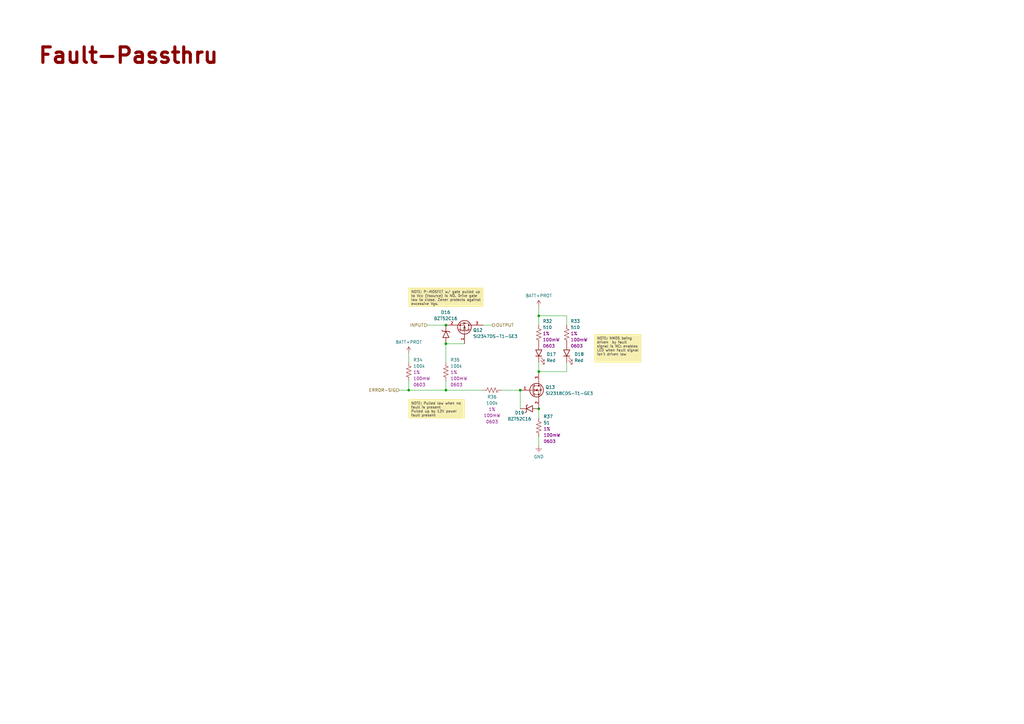
<source format=kicad_sch>
(kicad_sch (version 20250114) (generator "eeschema") (generator_version "9.0")
  (paper "A3")
  (lib_symbols
    (symbol "-Diodes-LED:NCD0805R1" (pin_numbers (hide yes)) (pin_names (hide yes))
      (property "Reference" "D" (at 0 -7.62 0))
      (property "Value" "Red" (at 0 -11.43 0))
      (symbol "NCD0805R1_0_1"
        (polyline (pts (xy 2.54 1.27) (xy 2.54 -1.27) (xy 5.08 0) (xy 2.54 1.27)) (stroke (width 0.254)))
        (polyline (pts (xy 5.08 1.27) (xy 5.08 -1.27)) (stroke (width 0.254)))
        (polyline (pts (xy 5.588 0.762) (xy 7.112 2.286) (xy 6.35 2.286) (xy 7.112 2.286) (xy 7.112 1.524)))
        (polyline (pts (xy 6.858 0.762) (xy 8.382 2.286) (xy 7.62 2.286) (xy 8.382 2.286) (xy 8.382 1.524)))
      )
      (symbol "NCD0805R1_1_1"
        (pin passive line (at 0 0 0) (length 2.54) (name "A") (number "2"))
        (pin passive line (at 7.62 0 180) (length 2.54) (name "K") (number "1"))
      )
    )
    (symbol "-Diodes-Zener:BZT52C16" (pin_numbers (hide yes)) (pin_names (hide yes))
      (property "Reference" "D" (at 0 -7.62 0))
      (property "Value" "BZT52C16" (at 0 -11.43 0))
      (symbol "BZT52C16_0_1"
        (polyline (pts (xy 2.54 1.27) (xy 2.54 -1.27) (xy 5.08 0) (xy 2.54 1.27)) (stroke (width 0.254)))
      )
      (symbol "BZT52C16_1_1"
        (polyline (pts (xy 4.572 -1.651) (xy 5.08 -1.27)) (stroke (width 0.254)))
        (polyline (pts (xy 5.08 1.27) (xy 5.08 -1.27)) (stroke (width 0.254)))
        (polyline (pts (xy 5.08 1.27) (xy 5.588 1.651)) (stroke (width 0.254)))
        (pin passive line (at 0 0 0) (length 2.54) (name "A") (number "2"))
        (pin passive line (at 7.62 0 180) (length 2.54) (name "K") (number "1"))
      )
    )
    (symbol "-MOSFET-N-Channel:SI2318CDS-T1-GE3" (pin_names (hide yes))
      (property "Reference" "Q" (at 0 -19.05 0))
      (property "Value" "SI2318CDS-T1-GE3" (at 0 -22.86 0))
      (symbol "SI2318CDS-T1-GE3_0_1"
        (polyline (pts (xy 5.334 1.905) (xy 5.334 -1.905)) (stroke (width 0.254)))
        (polyline (pts (xy 5.334 0) (xy 3.937 0)))
        (polyline (pts (xy 5.842 2.286) (xy 5.842 1.27)) (stroke (width 0.254)))
        (polyline (pts (xy 5.842 0.508) (xy 5.842 -0.508)) (stroke (width 0.254)))
        (polyline (pts (xy 5.842 -1.27) (xy 5.842 -2.286)) (stroke (width 0.254)))
        (polyline (pts (xy 5.842 -1.778) (xy 8.382 -1.778) (xy 8.382 1.778) (xy 5.842 1.778)))
        (polyline (pts (xy 6.096 0) (xy 7.112 0.381) (xy 7.112 -0.381) (xy 6.096 0)) (fill (type outline)))
        (circle (center 6.731 0) (radius 2.794) (stroke (width 0.254)))
        (polyline (pts (xy 7.62 2.54) (xy 7.62 1.778)))
        (circle (center 7.62 1.778) (radius 0.254) (fill (type outline)))
        (circle (center 7.62 -1.778) (radius 0.254) (fill (type outline)))
        (polyline (pts (xy 7.62 -2.54) (xy 7.62 0) (xy 5.842 0)))
        (polyline (pts (xy 7.874 0.508) (xy 8.001 0.381) (xy 8.763 0.381) (xy 8.89 0.254)))
        (polyline (pts (xy 8.382 0.381) (xy 8.001 -0.254) (xy 8.763 -0.254) (xy 8.382 0.381)))
      )
      (symbol "SI2318CDS-T1-GE3_1_1"
        (pin passive line (at 0 0 0) (length 3.937) (name "G") (number "1"))
        (pin passive line (at 7.62 7.62 270) (length 4.953) (name "D") (number "3"))
        (pin passive line (at 7.62 -7.62 90) (length 4.953) (name "S") (number "2"))
      )
    )
    (symbol "-MOSFET-P-Channel:SI2347DS-T1-GE3" (pin_names (hide yes))
      (property "Reference" "Q" (at 0 -19.05 0))
      (property "Value" "SI2347DS-T1-GE3" (at 0 -22.86 0))
      (symbol "SI2347DS-T1-GE3_0_1"
        (polyline (pts (xy 5.334 1.905) (xy 5.334 -1.905)) (stroke (width 0.254)))
        (polyline (pts (xy 5.334 0) (xy 3.937 0)))
        (polyline (pts (xy 5.842 2.286) (xy 5.842 1.27)) (stroke (width 0.254)))
        (polyline (pts (xy 5.842 1.778) (xy 8.382 1.778) (xy 8.382 -1.778) (xy 5.842 -1.778)))
        (polyline (pts (xy 5.842 0.508) (xy 5.842 -0.508)) (stroke (width 0.254)))
        (polyline (pts (xy 5.842 -1.27) (xy 5.842 -2.286)) (stroke (width 0.254)))
        (circle (center 6.731 0) (radius 2.794) (stroke (width 0.254)))
        (polyline (pts (xy 7.366 0) (xy 6.35 0.381) (xy 6.35 -0.381) (xy 7.366 0)) (fill (type outline)))
        (polyline (pts (xy 7.62 2.54) (xy 7.62 1.778)))
        (circle (center 7.62 1.778) (radius 0.254) (fill (type outline)))
        (circle (center 7.62 -1.778) (radius 0.254) (fill (type outline)))
        (polyline (pts (xy 7.62 -2.54) (xy 7.62 0) (xy 5.842 0)))
        (polyline (pts (xy 7.874 -0.508) (xy 8.001 -0.381) (xy 8.763 -0.381) (xy 8.89 -0.254)))
        (polyline (pts (xy 8.382 -0.381) (xy 8.001 0.254) (xy 8.763 0.254) (xy 8.382 -0.381)))
      )
      (symbol "SI2347DS-T1-GE3_1_1"
        (pin passive line (at 0 0 0) (length 3.937) (name "G") (number "1"))
        (pin passive line (at 7.62 7.62 270) (length 4.953) (name "D") (number "3"))
        (pin passive line (at 7.62 -7.62 90) (length 4.953) (name "S") (number "2"))
      )
    )
    (symbol "-R-SMD-0603:R-0603-100k-1%-100mW-100PPM" (pin_numbers (hide yes)) (pin_names (hide yes))
      (property "Reference" "R" (at 0 -7.62 0))
      (property "Value" "100k" (at 0 -11.43 0))
      (property "Tolerance" "1%" (at 0 -26.67 0))
      (property "Power Rating" "100mW" (at 0 -30.48 0))
      (property "Case/Package" "0603" (at 0 -34.29 0))
      (symbol "R-0603-100k-1%-100mW-100PPM_0_1"
        (polyline (pts (xy 1.524 0) (xy 1.27 0)))
        (polyline (pts (xy 1.524 0) (xy 1.905 1.016) (xy 2.286 0) (xy 2.667 -1.016) (xy 3.048 0)))
        (polyline (pts (xy 3.048 0) (xy 3.429 1.016) (xy 3.81 0) (xy 4.191 -1.016) (xy 4.572 0)))
        (polyline (pts (xy 4.572 0) (xy 4.953 1.016) (xy 5.334 0) (xy 5.715 -1.016) (xy 6.096 0)))
        (polyline (pts (xy 6.096 0) (xy 6.35 0)))
      )
      (symbol "R-0603-100k-1%-100mW-100PPM_1_1"
        (pin passive line (at 0 0 0) (length 1.27) (name "1") (number "1"))
        (pin passive line (at 7.62 0 180) (length 1.27) (name "2") (number "2"))
      )
    )
    (symbol "-R-SMD-0603:R-0603-51-1%-100mW-100PPM" (pin_numbers (hide yes)) (pin_names (hide yes))
      (property "Reference" "R" (at 0 -7.62 0))
      (property "Value" "51" (at 0 -11.43 0))
      (property "Tolerance" "1%" (at 0 -26.67 0))
      (property "Power Rating" "100mW" (at 0 -30.48 0))
      (property "Case/Package" "0603" (at 0 -34.29 0))
      (symbol "R-0603-51-1%-100mW-100PPM_0_1"
        (polyline (pts (xy 1.524 0) (xy 1.27 0)))
        (polyline (pts (xy 1.524 0) (xy 1.905 1.016) (xy 2.286 0) (xy 2.667 -1.016) (xy 3.048 0)))
        (polyline (pts (xy 3.048 0) (xy 3.429 1.016) (xy 3.81 0) (xy 4.191 -1.016) (xy 4.572 0)))
        (polyline (pts (xy 4.572 0) (xy 4.953 1.016) (xy 5.334 0) (xy 5.715 -1.016) (xy 6.096 0)))
        (polyline (pts (xy 6.096 0) (xy 6.35 0)))
      )
      (symbol "R-0603-51-1%-100mW-100PPM_1_1"
        (pin passive line (at 0 0 0) (length 1.27) (name "1") (number "1"))
        (pin passive line (at 7.62 0 180) (length 1.27) (name "2") (number "2"))
      )
    )
    (symbol "-R-SMD-0603:R-0603-510-1%-100mW-100PPM" (pin_numbers (hide yes)) (pin_names (hide yes))
      (property "Reference" "R" (at 0 -7.62 0))
      (property "Value" "510" (at 0 -11.43 0))
      (property "Tolerance" "1%" (at 0 -26.67 0))
      (property "Power Rating" "100mW" (at 0 -30.48 0))
      (property "Case/Package" "0603" (at 0 -34.29 0))
      (symbol "R-0603-510-1%-100mW-100PPM_0_1"
        (polyline (pts (xy 1.524 0) (xy 1.27 0)))
        (polyline (pts (xy 1.524 0) (xy 1.905 1.016) (xy 2.286 0) (xy 2.667 -1.016) (xy 3.048 0)))
        (polyline (pts (xy 3.048 0) (xy 3.429 1.016) (xy 3.81 0) (xy 4.191 -1.016) (xy 4.572 0)))
        (polyline (pts (xy 4.572 0) (xy 4.953 1.016) (xy 5.334 0) (xy 5.715 -1.016) (xy 6.096 0)))
        (polyline (pts (xy 6.096 0) (xy 6.35 0)))
      )
      (symbol "R-0603-510-1%-100mW-100PPM_1_1"
        (pin passive line (at 0 0 0) (length 1.27) (name "1") (number "1"))
        (pin passive line (at 7.62 0 180) (length 1.27) (name "2") (number "2"))
      )
    )
    (symbol "power:Earth" (power) (pin_numbers (hide yes)) (pin_names (offset 0) (hide yes))
      (property "Value" "Earth" (at 0 -3.81 0))
      (symbol "Earth_0_1"
        (polyline (pts (xy -0.635 -1.905) (xy 0.635 -1.905)))
        (polyline (pts (xy -0.127 -2.54) (xy 0.127 -2.54)))
        (polyline (pts (xy 0 -1.27) (xy 0 0)))
        (polyline (pts (xy 1.27 -1.27) (xy -1.27 -1.27)))
      )
      (symbol "Earth_1_1"
        (pin power_in line (at 0 0 270) (length 0) (name "~") (number "1"))
      )
    )
    (symbol "power:VCC" (power) (pin_numbers (hide yes)) (pin_names (offset 0) (hide yes))
      (property "Value" "VCC" (at 0 3.556 0))
      (symbol "VCC_0_1"
        (polyline (pts (xy -0.762 1.27) (xy 0 2.54)))
        (polyline (pts (xy 0 2.54) (xy 0.762 1.27)))
        (polyline (pts (xy 0 0) (xy 0 2.54)))
      )
      (symbol "VCC_1_1"
        (pin power_in line (at 0 0 90) (length 0) (name "~") (number "1"))
      )
    )
  )
  (text "Fault-Passthru" (at 15.24 26.67 0) (effects (font (size 6.35 6.35) (thickness 1.27) (bold yes)) (justify left bottom)))
  (text_box "NOTE: Pulled low when no fault is present\nPulled up by 12V power fault present" (at 167.64 163.83 0) (size 22.86 7.62) (margins 0.9525 0.9525 0.9525 0.9525) (stroke (width 0) (color 245 223 85 1)) (fill (type color) (color 247 238 178 1)) (effects (font (size 1.016 1.016)) (justify left top)))
  (text_box "NOTE: NMOS being driven  by fault signal is NC: enables LED when fault signal isn't driven low" (at 243.84 137.16 0) (size 19.05 11.43) (margins 0.9525 0.9525 0.9525 0.9525) (stroke (width 0) (color 245 223 85 1)) (fill (type color) (color 247 238 178 1)) (effects (font (size 1.016 1.016)) (justify left top)))
  (text_box "NOTE: P-MOSFET w/ gate pulled up to Vcc (Vsource) is NO. Drive gate low to close. Zener protects against excessive Vgs." (at 167.64 118.11 0) (size 30.48 7.62) (margins 0.9525 0.9525 0.9525 0.9525) (stroke (width 0) (color 245 223 85 1)) (fill (type color) (color 247 238 178 1)) (effects (font (size 1.016 1.016)) (justify left top)))
  (junction (at 213.36 160.02))
  (junction (at 182.88 140.97))
  (junction (at 182.88 160.02))
  (junction (at 182.88 133.35))
  (junction (at 220.98 129.54))
  (junction (at 167.64 160.02))
  (junction (at 220.98 167.64))
  (junction (at 220.98 152.4))
  (wire (pts (xy 220.98 167.64) (xy 220.98 171.45)))
  (wire (pts (xy 220.98 129.54) (xy 220.98 133.35)))
  (wire (pts (xy 167.64 144.78) (xy 167.64 148.59)))
  (wire (pts (xy 213.36 160.02) (xy 205.74 160.02)))
  (wire (pts (xy 163.83 160.02) (xy 167.64 160.02)))
  (wire (pts (xy 220.98 148.59) (xy 220.98 152.4)))
  (wire (pts (xy 182.88 140.97) (xy 190.5 140.97)))
  (wire (pts (xy 220.98 129.54) (xy 232.41 129.54)))
  (wire (pts (xy 220.98 152.4) (xy 232.41 152.4)))
  (wire (pts (xy 182.88 140.97) (xy 182.88 148.59)))
  (wire (pts (xy 232.41 129.54) (xy 232.41 133.35)))
  (wire (pts (xy 220.98 179.07) (xy 220.98 182.88)))
  (wire (pts (xy 220.98 125.73) (xy 220.98 129.54)))
  (wire (pts (xy 167.64 156.21) (xy 167.64 160.02)))
  (wire (pts (xy 201.93 133.35) (xy 198.12 133.35)))
  (wire (pts (xy 167.64 160.02) (xy 182.88 160.02)))
  (wire (pts (xy 182.88 156.21) (xy 182.88 160.02)))
  (wire (pts (xy 175.26 133.35) (xy 182.88 133.35)))
  (wire (pts (xy 213.36 160.02) (xy 213.36 167.64)))
  (wire (pts (xy 232.41 148.59) (xy 232.41 152.4)))
  (wire (pts (xy 182.88 160.02) (xy 198.12 160.02)))
  (hierarchical_label "INPUT" (shape input) (at 175.26 133.35 180))
  (hierarchical_label "OUTPUT" (shape output) (at 201.93 133.35 0))
  (hierarchical_label "ERROR-SIG" (shape input) (at 163.83 160.02 180))
  (symbol (lib_id "-R-SMD-0603:R-0603-100k-1%-100mW-100PPM") (at 182.88 156.21 90) (unit 1)
    (property "Reference" "R35" (at 184.7056 147.6295 90) (effects (justify right)))
    (property "Value" "100k" (at 184.7056 150.1695 90) (effects (justify right)))
    (property "Footprint" "Resistor_SMD:R_0603_1608Metric_Pad0.98x0.95mm_HandSolder" (effects (hide yes)))
    (property "Datasheet" "https://jlcpcb.com/api/file/downloadByFileSystemAccessId/8579706350726930432" (effects (hide yes)))
    (property "Description" "100kΩ 0603 JLCPCB Basic Resistor" (effects (hide yes)))
    (property "Tolerance" "1%" (at 184.7056 152.7095 90) (effects (justify right)))
    (property "Power Rating" "100mW" (at 184.7056 155.2495 90) (effects (justify right)))
    (property "Case/Package" "0603" (at 184.7056 157.7895 90) (effects (justify right)))
    (property "Link" "https://jlcpcb.com/partdetail/26546-0603WAF1003T5E/C25803" (effects (hide yes)))
    (property "Manufacturer" "UNI-ROYAL" (effects (hide yes)))
    (property "Manufacturer P/N" "0603WAF1003T5E" (effects (hide yes)))
    (property "Digikey P/N" "RG16P100KBCT-ND" (effects (hide yes)))
    (property "Mouser P/N" "754-RG1608P-104-B-T5" (effects (hide yes)))
    (property "LCSC P/N" "C25803" (effects (hide yes)))
    (instances (project "Shutdown" (path "" (reference "R35") (unit 1)) (path "" (reference "R41") (unit 1))))
  )
  (symbol (lib_id "-R-SMD-0603:R-0603-51-1%-100mW-100PPM") (at 220.98 179.07 90) (unit 1)
    (property "Reference" "R37" (at 222.8921 170.8631 90) (effects (justify right)))
    (property "Value" "51" (at 222.8921 173.4031 90) (effects (justify right)))
    (property "Footprint" "Resistor_SMD:R_0603_1608Metric_Pad0.98x0.95mm_HandSolder" (effects (hide yes)))
    (property "Datasheet" "https://jlcpcb.com/api/file/downloadByFileSystemAccessId/8579706384138620928" (effects (hide yes)))
    (property "Description" "51Ω 0603 JLCPCB Basic Resistor" (effects (hide yes)))
    (property "Tolerance" "1%" (at 222.8921 175.9431 90) (effects (justify right)))
    (property "Power Rating" "100mW" (at 222.8921 178.4831 90) (effects (justify right)))
    (property "Case/Package" "0603" (at 222.8921 181.0231 90) (effects (justify right)))
    (property "Link" "https://jlcpcb.com/partdetail/23924-0603WAF510JT5E/C23197" (effects (hide yes)))
    (property "Manufacturer" "UNI-ROYAL" (effects (hide yes)))
    (property "Manufacturer P/N" "0603WAF510JT5E" (effects (hide yes)))
    (property "Digikey P/N" "RMCF0603FT51R0CT-ND" (effects (hide yes)))
    (property "Mouser P/N" "708-RMCF0603FT51R0" (effects (hide yes)))
    (property "LCSC P/N" "C23197" (effects (hide yes)))
    (instances (project "Shutdown" (path "" (reference "R37") (unit 1)) (path "" (reference "R43") (unit 1))))
  )
  (symbol (lib_id "-Diodes-LED:NCD0805R1") (at 232.41 140.97 270) (unit 1)
    (property "Reference" "D18" (at 235.5885 145.2833 90) (effects (justify left)))
    (property "Value" "Red" (at 235.5885 147.8233 90) (effects (justify left)))
    (property "Footprint" "LED_SMD:LED_0805_2012Metric" (effects (hide yes)))
    (property "Datasheet" "https://jlcpcb.com/api/file/downloadByFileSystemAccessId/8550724080677908480" (effects (hide yes)))
    (property "Description" "Red LED, SMD 0805, 615-630 nm, Vf 1.6-2.6 V" (effects (hide yes)))
    (property "Link" "https://jlcpcb.com/partdetail/85425-NCD0805R1/C84256" (effects (hide yes)))
    (property "Manufacturer" "Foshan NationStar Optoelectronics" (effects (hide yes)))
    (property "Manufacturer P/N" "NCD0805R1" (effects (hide yes)))
    (property "Digikey P/N" "350-2039-1-ND" (effects (hide yes)))
    (property "Mouser P/N" "645-598-8120-107F" (effects (hide yes)))
    (property "LCSC P/N" "C84256" (effects (hide yes)))
    (instances (project "Shutdown" (path "" (reference "D18") (unit 1)) (path "" (reference "D22") (unit 1))))
  )
  (symbol (lib_id "-MOSFET-N-Channel:SI2318CDS-T1-GE3") (at 213.36 160.02 0) (unit 1)
    (property "Reference" "Q13" (at 223.7186 158.8164 0) (effects (justify left)))
    (property "Value" "SI2318CDS-T1-GE3" (at 223.7186 161.3564 0) (effects (justify left)))
    (property "Footprint" "Package_TO_SOT_SMD:SOT-23-3" (effects (hide yes)))
    (property "Datasheet" "https://www.vishay.com/docs/67030/si2318cds.pdf" (effects (hide yes)))
    (property "Description" "N-Channel 40 V 5.6A (Tc) 1.25W (Ta), 2.1W (Tc) Surface Mount SOT-23-3 (TO-236)" (effects (hide yes)))
    (property "Link" "https://www.digikey.com/en/products/detail/vishay-siliconix/SI2318CDS-T1-GE3/3748954?s=N4IgTCBcDaIMoEkwGYCMAOAwgETgWgBVU8BxAUWUwLwDlsQBdAXyA" (effects (hide yes)))
    (property "Manufacturer" "Vishay" (effects (hide yes)))
    (property "Manufacturer P/N" "SI2318CDS-T1-GE3" (effects (hide yes)))
    (property "Digikey P/N" "SI2318CDS-T1-GE3CT-ND" (effects (hide yes)))
    (property "Mouser P/N" "781-SI2318CDS-T1-GE3" (effects (hide yes)))
    (property "LCSC P/N" "C14498" (effects (hide yes)))
    (instances (project "Shutdown" (path "" (reference "Q13") (unit 1)) (path "" (reference "Q15") (unit 1))))
  )
  (symbol (lib_id "power:Earth") (at 220.98 182.88 0) (unit 1)
    (property "Reference" "#PWR039" (effects (hide yes)))
    (property "Value" "GND" (at 220.98 187.325 0))
    (property "Description" "Power symbol creates a global label with name \"Earth\"" (effects (hide yes)))
    (instances (project "Shutdown" (path "" (reference "#PWR039") (unit 1)) (path "" (reference "#PWR042") (unit 1))))
  )
  (symbol (lib_id "-R-SMD-0603:R-0603-510-1%-100mW-100PPM") (at 220.98 140.97 90) (unit 1)
    (property "Reference" "R32" (at 222.588 131.7328 90) (effects (justify right)))
    (property "Value" "510" (at 222.588 134.2728 90) (effects (justify right)))
    (property "Footprint" "Resistor_SMD:R_0603_1608Metric_Pad0.98x0.95mm_HandSolder" (effects (hide yes)))
    (property "Datasheet" "https://jlcpcb.com/api/file/downloadByFileSystemAccessId/8579706285526474752" (effects (hide yes)))
    (property "Description" "510Ω 0603 JLCPCB Basic Resistor" (effects (hide yes)))
    (property "Tolerance" "1%" (at 222.588 136.8128 90) (effects (justify right)))
    (property "Power Rating" "100mW" (at 222.588 139.3528 90) (effects (justify right)))
    (property "Case/Package" "0603" (at 222.588 141.8928 90) (effects (justify right)))
    (property "Link" "https://jlcpcb.com/partdetail/23920-0603WAF5100T5E/C23193" (effects (hide yes)))
    (property "Manufacturer" "UNI-ROYAL" (effects (hide yes)))
    (property "Manufacturer P/N" "0603WAF5100T5E" (effects (hide yes)))
    (property "Digikey P/N" "RR08P510DCT-ND" (effects (hide yes)))
    (property "Mouser P/N" "754-RR0816P-511D" (effects (hide yes)))
    (property "LCSC P/N" "C23193" (effects (hide yes)))
    (instances (project "Shutdown" (path "" (reference "R32") (unit 1)) (path "" (reference "R38") (unit 1))))
  )
  (symbol (lib_id "-R-SMD-0603:R-0603-100k-1%-100mW-100PPM") (at 198.12 160.02 0) (unit 1)
    (property "Reference" "R36" (at 201.804 162.8047 0))
    (property "Value" "100k" (at 201.804 165.3447 0))
    (property "Footprint" "Resistor_SMD:R_0603_1608Metric_Pad0.98x0.95mm_HandSolder" (effects (hide yes)))
    (property "Datasheet" "https://jlcpcb.com/api/file/downloadByFileSystemAccessId/8579706350726930432" (effects (hide yes)))
    (property "Description" "100kΩ 0603 JLCPCB Basic Resistor" (effects (hide yes)))
    (property "Tolerance" "1%" (at 201.804 167.8847 0))
    (property "Power Rating" "100mW" (at 201.804 170.4247 0))
    (property "Case/Package" "0603" (at 201.804 172.9647 0))
    (property "Link" "https://jlcpcb.com/partdetail/26546-0603WAF1003T5E/C25803" (effects (hide yes)))
    (property "Manufacturer" "UNI-ROYAL" (effects (hide yes)))
    (property "Manufacturer P/N" "0603WAF1003T5E" (effects (hide yes)))
    (property "Digikey P/N" "RG16P100KBCT-ND" (effects (hide yes)))
    (property "Mouser P/N" "754-RG1608P-104-B-T5" (effects (hide yes)))
    (property "LCSC P/N" "C25803" (effects (hide yes)))
    (instances (project "Shutdown" (path "" (reference "R36") (unit 1)) (path "" (reference "R42") (unit 1))))
  )
  (symbol (lib_id "-R-SMD-0603:R-0603-510-1%-100mW-100PPM") (at 232.41 140.97 90) (unit 1)
    (property "Reference" "R33" (at 234.018 131.7328 90) (effects (justify right)))
    (property "Value" "510" (at 234.018 134.2728 90) (effects (justify right)))
    (property "Footprint" "Resistor_SMD:R_0603_1608Metric_Pad0.98x0.95mm_HandSolder" (effects (hide yes)))
    (property "Datasheet" "https://jlcpcb.com/api/file/downloadByFileSystemAccessId/8579706285526474752" (effects (hide yes)))
    (property "Description" "510Ω 0603 JLCPCB Basic Resistor" (effects (hide yes)))
    (property "Tolerance" "1%" (at 234.018 136.8128 90) (effects (justify right)))
    (property "Power Rating" "100mW" (at 234.018 139.3528 90) (effects (justify right)))
    (property "Case/Package" "0603" (at 234.018 141.8928 90) (effects (justify right)))
    (property "Link" "https://jlcpcb.com/partdetail/23920-0603WAF5100T5E/C23193" (effects (hide yes)))
    (property "Manufacturer" "UNI-ROYAL" (effects (hide yes)))
    (property "Manufacturer P/N" "0603WAF5100T5E" (effects (hide yes)))
    (property "Digikey P/N" "RR08P510DCT-ND" (effects (hide yes)))
    (property "Mouser P/N" "754-RR0816P-511D" (effects (hide yes)))
    (property "LCSC P/N" "C23193" (effects (hide yes)))
    (instances (project "Shutdown" (path "" (reference "R33") (unit 1)) (path "" (reference "R39") (unit 1))))
  )
  (symbol (lib_id "-R-SMD-0603:R-0603-100k-1%-100mW-100PPM") (at 167.64 156.21 90) (unit 1)
    (property "Reference" "R34" (at 169.4656 147.6295 90) (effects (justify right)))
    (property "Value" "100k" (at 169.4656 150.1695 90) (effects (justify right)))
    (property "Footprint" "Resistor_SMD:R_0603_1608Metric_Pad0.98x0.95mm_HandSolder" (effects (hide yes)))
    (property "Datasheet" "https://jlcpcb.com/api/file/downloadByFileSystemAccessId/8579706350726930432" (effects (hide yes)))
    (property "Description" "100kΩ 0603 JLCPCB Basic Resistor" (effects (hide yes)))
    (property "Tolerance" "1%" (at 169.4656 152.7095 90) (effects (justify right)))
    (property "Power Rating" "100mW" (at 169.4656 155.2495 90) (effects (justify right)))
    (property "Case/Package" "0603" (at 169.4656 157.7895 90) (effects (justify right)))
    (property "Link" "https://jlcpcb.com/partdetail/26546-0603WAF1003T5E/C25803" (effects (hide yes)))
    (property "Manufacturer" "UNI-ROYAL" (effects (hide yes)))
    (property "Manufacturer P/N" "0603WAF1003T5E" (effects (hide yes)))
    (property "Digikey P/N" "RG16P100KBCT-ND" (effects (hide yes)))
    (property "Mouser P/N" "754-RG1608P-104-B-T5" (effects (hide yes)))
    (property "LCSC P/N" "C25803" (effects (hide yes)))
    (instances (project "Shutdown" (path "" (reference "R34") (unit 1)) (path "" (reference "R40") (unit 1))))
  )
  (symbol (lib_id "-Diodes-Zener:BZT52C16") (at 182.88 140.97 90) (unit 1)
    (property "Reference" "D16" (at 182.784 128.0941 90))
    (property "Value" "BZT52C16" (at 182.784 130.6341 90))
    (property "Footprint" "Diode_SMD:D_SOD-123" (effects (hide yes)))
    (property "Datasheet" "https://diotec.com/request/datasheet/bzt52c2v4.pdf" (effects (hide yes)))
    (property "Description" "Zener Diode 16 V 500 mW ±5% Surface Mount SOD-123F" (effects (hide yes)))
    (property "Link" "https://www.digikey.com/en/products/detail/diotec-semiconductor/BZT52C16/22192605?s=N4IgTCBcDaICwA4DsCC0AhAWgFQKxgGEBGANgO1QDkAREAXQF8g" (effects (hide yes)))
    (property "Manufacturer" "Diotec" (effects (hide yes)))
    (property "Manufacturer P/N" "BZT52C16" (effects (hide yes)))
    (property "Digikey P/N" "4878-BZT52C16CT-ND" (effects (hide yes)))
    (property "Mouser P/N" "637-BZT52C16" (effects (hide yes)))
    (property "LCSC P/N" "C2105" (effects (hide yes)))
    (instances (project "Shutdown" (path "" (reference "D16") (unit 1)) (path "" (reference "D20") (unit 1))))
  )
  (symbol (lib_id "-Diodes-Zener:BZT52C16") (at 220.98 167.64 180) (unit 1)
    (property "Reference" "D19" (at 213.0765 169.2859 0))
    (property "Value" "BZT52C16" (at 213.0765 171.8259 0))
    (property "Footprint" "Diode_SMD:D_SOD-123" (effects (hide yes)))
    (property "Datasheet" "https://diotec.com/request/datasheet/bzt52c2v4.pdf" (effects (hide yes)))
    (property "Description" "Zener Diode 16 V 500 mW ±5% Surface Mount SOD-123F" (effects (hide yes)))
    (property "Link" "https://www.digikey.com/en/products/detail/diotec-semiconductor/BZT52C16/22192605?s=N4IgTCBcDaICwA4DsCC0AhAWgFQKxgGEBGANgO1QDkAREAXQF8g" (effects (hide yes)))
    (property "Manufacturer" "Diotec" (effects (hide yes)))
    (property "Manufacturer P/N" "BZT52C16" (effects (hide yes)))
    (property "Digikey P/N" "4878-BZT52C16CT-ND" (effects (hide yes)))
    (property "Mouser P/N" "637-BZT52C16" (effects (hide yes)))
    (property "LCSC P/N" "C2105" (effects (hide yes)))
    (instances (project "Shutdown" (path "" (reference "D19") (unit 1)) (path "" (reference "D23") (unit 1))))
  )
  (symbol (lib_id "-Diodes-LED:NCD0805R1") (at 220.98 140.97 270) (unit 1)
    (property "Reference" "D17" (at 224.1585 145.2833 90) (effects (justify left)))
    (property "Value" "Red" (at 224.1585 147.8233 90) (effects (justify left)))
    (property "Footprint" "LED_SMD:LED_0805_2012Metric" (effects (hide yes)))
    (property "Datasheet" "https://jlcpcb.com/api/file/downloadByFileSystemAccessId/8550724080677908480" (effects (hide yes)))
    (property "Description" "Red LED, SMD 0805, 615-630 nm, Vf 1.6-2.6 V" (effects (hide yes)))
    (property "Link" "https://jlcpcb.com/partdetail/85425-NCD0805R1/C84256" (effects (hide yes)))
    (property "Manufacturer" "Foshan NationStar Optoelectronics" (effects (hide yes)))
    (property "Manufacturer P/N" "NCD0805R1" (effects (hide yes)))
    (property "Digikey P/N" "350-2039-1-ND" (effects (hide yes)))
    (property "Mouser P/N" "645-598-8120-107F" (effects (hide yes)))
    (property "LCSC P/N" "C84256" (effects (hide yes)))
    (instances (project "Shutdown" (path "" (reference "D17") (unit 1)) (path "" (reference "D21") (unit 1))))
  )
  (symbol (lib_id "power:VCC") (at 220.98 125.73 0) (mirror y) (unit 1)
    (property "Reference" "#PWR037" (effects (hide yes)))
    (property "Value" "BATT+PROT" (at 220.98 121.285 0))
    (property "Description" "Power symbol creates a global label with name \"VCC\"" (effects (hide yes)))
    (instances (project "Shutdown" (path "" (reference "#PWR037") (unit 1)) (path "" (reference "#PWR040") (unit 1))))
  )
  (symbol (lib_id "-MOSFET-P-Channel:SI2347DS-T1-GE3") (at 190.5 140.97 270) (mirror x) (unit 1)
    (property "Reference" "Q12" (at 194.0254 135.4086 90) (effects (justify left)))
    (property "Value" "SI2347DS-T1-GE3" (at 194.0254 137.9486 90) (effects (justify left)))
    (property "Footprint" "Package_TO_SOT_SMD:SOT-23-3" (effects (hide yes)))
    (property "Datasheet" "https://www.vishay.com/docs/62827/si2347ds.pdf" (effects (hide yes)))
    (property "Description" "P-Channel 30 V 5A (Tc) 1.7W (Tc) Surface Mount SOT-23-3 (TO-236)" (effects (hide yes)))
    (property "Link" "https://www.digikey.com/en/products/detail/vishay-siliconix/SI2347DS-T1-GE3/4496222?s=N4IgTCBcDaIMoEkwGYAsB2AInAtAFQEYcBxAUWQGE8cA5TEAXQF8g" (effects (hide yes)))
    (property "Manufacturer" "Vishay" (effects (hide yes)))
    (property "Manufacturer P/N" "SI2347DS-T1-GE3" (effects (hide yes)))
    (property "Digikey P/N" "SI2347DS-T1-GE3CT-ND" (effects (hide yes)))
    (property "Mouser P/N" "78-SI2347DS-T1-GE3" (effects (hide yes)))
    (property "LCSC P/N" "C145002" (effects (hide yes)))
    (instances (project "Shutdown" (path "" (reference "Q12") (unit 1)) (path "" (reference "Q14") (unit 1))))
  )
  (symbol (lib_id "power:VCC") (at 167.64 144.78 0) (mirror y) (unit 1)
    (property "Reference" "#PWR038" (effects (hide yes)))
    (property "Value" "BATT+PROT" (at 167.64 140.335 0))
    (property "Description" "Power symbol creates a global label with name \"VCC\"" (effects (hide yes)))
    (instances (project "Shutdown" (path "" (reference "#PWR038") (unit 1)) (path "" (reference "#PWR041") (unit 1))))
  )
)
</source>
